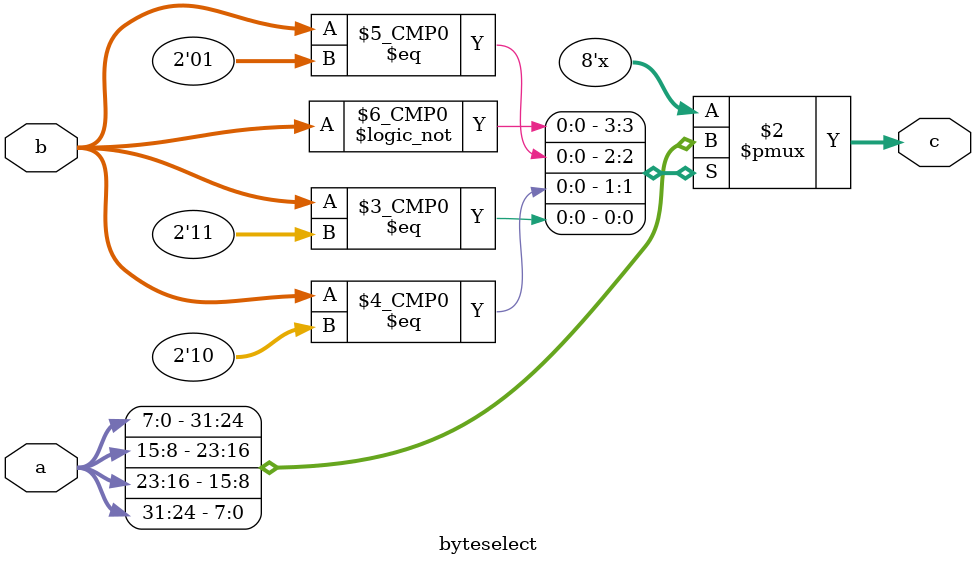
<source format=sv>

module byteselect (
    input   wire logic [31:0] a,
    input   wire logic [1:0]  b,
    output       logic [7:0]  c
);

    always_comb begin
        case (b)
            2'd0: begin
                c = a[7:0];
            end
            2'd1: begin
                c = a[15:8];
            end
            2'd2: begin
                c = a[23:16];
            end
            2'd3: begin
                c = a[31:24];
            end
        endcase
    end

endmodule

</source>
